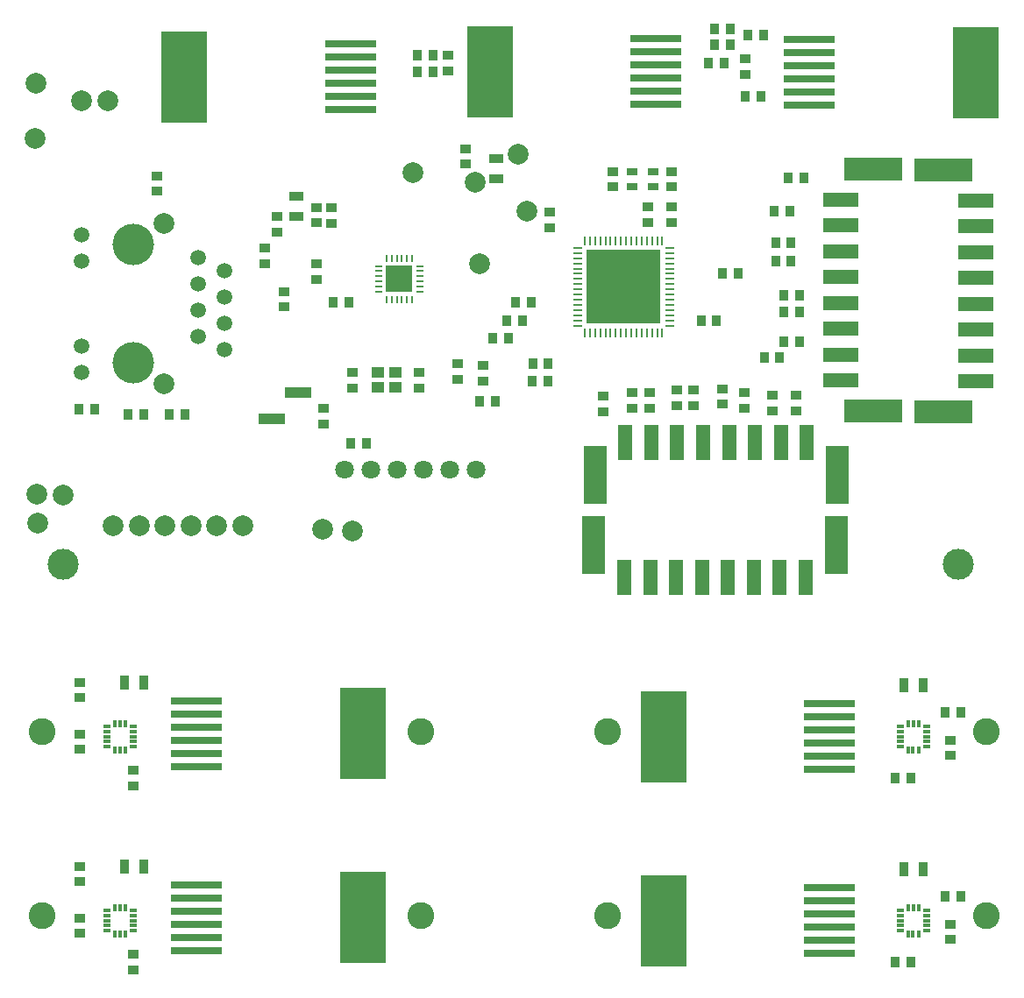
<source format=gts>
G04 #@! TF.FileFunction,Soldermask,Top*
%FSLAX46Y46*%
G04 Gerber Fmt 4.6, Leading zero omitted, Abs format (unit mm)*
G04 Created by KiCad (PCBNEW (2015-08-20 BZR 6109)-product) date Sat 26 Dec 2015 10:38:34 PM PST*
%MOMM*%
G01*
G04 APERTURE LIST*
%ADD10C,0.150000*%
%ADD11R,1.000760X0.899160*%
%ADD12R,0.899160X1.000760*%
%ADD13R,1.397000X0.889000*%
%ADD14C,3.000000*%
%ADD15C,1.800000*%
%ADD16C,2.000000*%
%ADD17R,1.400000X3.400000*%
%ADD18R,2.300000X5.600000*%
%ADD19R,3.400000X1.400000*%
%ADD20R,5.600000X2.300000*%
%ADD21R,2.540000X0.990600*%
%ADD22R,2.499360X2.499360*%
%ADD23O,0.248920X0.800100*%
%ADD24O,0.800100X0.248920*%
%ADD25R,5.000000X0.760000*%
%ADD26R,4.500000X8.800000*%
%ADD27R,0.250000X0.850000*%
%ADD28R,0.850000X0.250000*%
%ADD29R,7.150000X7.150000*%
%ADD30R,1.200000X1.100000*%
%ADD31R,1.000000X0.800000*%
%ADD32C,2.600000*%
%ADD33R,0.800000X0.300000*%
%ADD34R,0.300000X0.800000*%
%ADD35R,0.889000X1.397000*%
%ADD36C,1.500000*%
%ADD37C,4.000000*%
G04 APERTURE END LIST*
D10*
D11*
X67100000Y-55601840D03*
X67100000Y-54098160D03*
X64630000Y-55461840D03*
X64630000Y-53958160D03*
X60900000Y-56251840D03*
X60900000Y-54748160D03*
X54500000Y-56251840D03*
X54500000Y-54748160D03*
X51700000Y-58248160D03*
X51700000Y-59751840D03*
X52420000Y-38828160D03*
X52420000Y-40331840D03*
X78700000Y-57048160D03*
X78700000Y-58551840D03*
X35625000Y-37276840D03*
X35625000Y-35773160D03*
D12*
X89651840Y-49800000D03*
X88148160Y-49800000D03*
D11*
X73550000Y-39298160D03*
X73550000Y-40801840D03*
D12*
X91751840Y-45200000D03*
X90248160Y-45200000D03*
D13*
X68400000Y-36052500D03*
X68400000Y-34147500D03*
D11*
X51000000Y-38808160D03*
X51000000Y-40311840D03*
X65400000Y-33148160D03*
X65400000Y-34651840D03*
X85300000Y-38748160D03*
X85300000Y-40251840D03*
X79600000Y-35348160D03*
X79600000Y-36851840D03*
X85300000Y-36851840D03*
X85300000Y-35348160D03*
X83000000Y-38748160D03*
X83000000Y-40251840D03*
D13*
X49080000Y-37777500D03*
X49080000Y-39682500D03*
D14*
X26500000Y-73300000D03*
X113000000Y-73300000D03*
D15*
X63889680Y-64200000D03*
X66429680Y-64200000D03*
X53750000Y-64200000D03*
X56290000Y-64200000D03*
X61359840Y-64200000D03*
X58819840Y-64200000D03*
D16*
X28325000Y-28550000D03*
X30825000Y-28550000D03*
D17*
X80750000Y-74600000D03*
X83250000Y-74600000D03*
X85750000Y-74600000D03*
X98250000Y-74600000D03*
X93250000Y-74600000D03*
X95750000Y-74600000D03*
D18*
X77800000Y-71450000D03*
D17*
X90750000Y-74600000D03*
X88250000Y-74600000D03*
D18*
X101200000Y-71450000D03*
D19*
X101600000Y-38050000D03*
X101600000Y-40550000D03*
X101600000Y-43050000D03*
X101600000Y-55550000D03*
X101600000Y-50550000D03*
X101600000Y-53050000D03*
D20*
X104750000Y-35100000D03*
D19*
X101600000Y-48050000D03*
X101600000Y-45550000D03*
D20*
X104750000Y-58500000D03*
D17*
X98350000Y-61500000D03*
X95850000Y-61500000D03*
X93350000Y-61500000D03*
X80850000Y-61500000D03*
X85850000Y-61500000D03*
X83350000Y-61500000D03*
D18*
X101300000Y-64650000D03*
D17*
X88350000Y-61500000D03*
X90850000Y-61500000D03*
D18*
X77900000Y-64650000D03*
D21*
X49270000Y-56730000D03*
X46730000Y-59270000D03*
D16*
X38900000Y-69600000D03*
X36400000Y-69600000D03*
X43900000Y-69600000D03*
X41400000Y-69600000D03*
X31400000Y-69600000D03*
X33900000Y-69600000D03*
D12*
X73391840Y-53890000D03*
X71888160Y-53890000D03*
X73351840Y-55600000D03*
X71848160Y-55600000D03*
X68251840Y-57600000D03*
X66748160Y-57600000D03*
X52628160Y-48030000D03*
X54131840Y-48030000D03*
X71751840Y-47950000D03*
X70248160Y-47950000D03*
X70901840Y-49750000D03*
X69398160Y-49750000D03*
X69551840Y-51500000D03*
X68048160Y-51500000D03*
D11*
X50975000Y-45801840D03*
X50975000Y-44298160D03*
X47850000Y-46948160D03*
X47850000Y-48451840D03*
X47225000Y-41176840D03*
X47225000Y-39673160D03*
X46025000Y-42748160D03*
X46025000Y-44251840D03*
D12*
X29601840Y-58325000D03*
X28098160Y-58325000D03*
X54348160Y-61600000D03*
X55851840Y-61600000D03*
X34301840Y-58850000D03*
X32798160Y-58850000D03*
X38301840Y-58850000D03*
X36798160Y-58850000D03*
D11*
X97300000Y-56948160D03*
X97300000Y-58451840D03*
D12*
X96548160Y-36000000D03*
X98051840Y-36000000D03*
D11*
X95000000Y-56948160D03*
X95000000Y-58451840D03*
D12*
X95248160Y-39200000D03*
X96751840Y-39200000D03*
D11*
X92300000Y-56748160D03*
X92300000Y-58251840D03*
D12*
X95348160Y-42200000D03*
X96851840Y-42200000D03*
D11*
X90200000Y-56348160D03*
X90200000Y-57851840D03*
D12*
X95348160Y-44000000D03*
X96851840Y-44000000D03*
D11*
X87400000Y-56448160D03*
X87400000Y-57951840D03*
D12*
X96148160Y-47300000D03*
X97651840Y-47300000D03*
D11*
X85800000Y-56448160D03*
X85800000Y-57951840D03*
D12*
X96148160Y-48900000D03*
X97651840Y-48900000D03*
D11*
X83200000Y-56748160D03*
X83200000Y-58251840D03*
D12*
X96148160Y-51800000D03*
X97651840Y-51800000D03*
D11*
X81500000Y-56748160D03*
X81500000Y-58251840D03*
D12*
X94151840Y-22200000D03*
X92648160Y-22200000D03*
X94248160Y-53300000D03*
X95751840Y-53300000D03*
X60748160Y-25700000D03*
X62251840Y-25700000D03*
X88848160Y-24900000D03*
X90351840Y-24900000D03*
X92448160Y-28100000D03*
X93951840Y-28100000D03*
X62251840Y-24100000D03*
X60748160Y-24100000D03*
X89448160Y-21600000D03*
X90951840Y-21600000D03*
D11*
X92400000Y-25951840D03*
X92400000Y-24448160D03*
X63700000Y-24148160D03*
X63700000Y-25651840D03*
D12*
X89448160Y-23100000D03*
X90951840Y-23100000D03*
D22*
X59010000Y-45730000D03*
D23*
X57760320Y-47728980D03*
X58260700Y-47728980D03*
X58761080Y-47728980D03*
X59258920Y-47728980D03*
X59759300Y-47728980D03*
X60259680Y-47728980D03*
D24*
X61008980Y-46979680D03*
X61008980Y-46479300D03*
X61008980Y-45978920D03*
X61008980Y-45481080D03*
X61008980Y-44980700D03*
X61008980Y-44480320D03*
D23*
X60259680Y-43731020D03*
X59759300Y-43731020D03*
X59258920Y-43731020D03*
X58761080Y-43731020D03*
X58260700Y-43731020D03*
X57760320Y-43731020D03*
D24*
X57011020Y-44480320D03*
X57011020Y-44980700D03*
X57011020Y-45481080D03*
X57011020Y-45978920D03*
X57011020Y-46479300D03*
X57011020Y-46979680D03*
D25*
X98600000Y-22625000D03*
X98600000Y-25165000D03*
X98600000Y-27705000D03*
X98600000Y-26435000D03*
X98600000Y-28975000D03*
X98600000Y-23895000D03*
D26*
X114650000Y-25800000D03*
D27*
X83910000Y-50940000D03*
X84410000Y-50940000D03*
X80910000Y-50940000D03*
X81410000Y-50940000D03*
X82410000Y-50940000D03*
X81910000Y-50940000D03*
X83410000Y-50940000D03*
X82910000Y-50940000D03*
X78910000Y-50940000D03*
X79410000Y-50940000D03*
X80410000Y-50940000D03*
X79910000Y-50940000D03*
X77910000Y-50940000D03*
X78410000Y-50940000D03*
X77410000Y-50940000D03*
X76910000Y-50940000D03*
D28*
X76210000Y-50240000D03*
X76210000Y-49740000D03*
X76210000Y-48740000D03*
X76210000Y-49240000D03*
X76210000Y-47240000D03*
X76210000Y-46740000D03*
X76210000Y-47740000D03*
X76210000Y-48240000D03*
X76210000Y-44240000D03*
X76210000Y-43740000D03*
X76210000Y-45240000D03*
X76210000Y-44740000D03*
X76210000Y-45740000D03*
X76210000Y-46240000D03*
X76210000Y-42740000D03*
X76210000Y-43240000D03*
D27*
X76910000Y-42040000D03*
X77410000Y-42040000D03*
X78410000Y-42040000D03*
X77910000Y-42040000D03*
X79910000Y-42040000D03*
X80410000Y-42040000D03*
X79410000Y-42040000D03*
X78910000Y-42040000D03*
X82910000Y-42040000D03*
X83410000Y-42040000D03*
X81910000Y-42040000D03*
X82410000Y-42040000D03*
X81410000Y-42040000D03*
X80910000Y-42040000D03*
X84410000Y-42040000D03*
X83910000Y-42040000D03*
D28*
X85110000Y-43240000D03*
X85110000Y-42740000D03*
X85110000Y-46240000D03*
X85110000Y-45740000D03*
X85110000Y-44740000D03*
X85110000Y-45220000D03*
X85110000Y-43740000D03*
X85110000Y-44240000D03*
X85110000Y-48240000D03*
X85110000Y-47740000D03*
X85110000Y-46740000D03*
X85110000Y-47240000D03*
X85110000Y-49240000D03*
X85110000Y-48740000D03*
X85110000Y-49740000D03*
X85110000Y-50240000D03*
D29*
X80660000Y-46490000D03*
D25*
X83800000Y-28875000D03*
X83800000Y-26335000D03*
X83800000Y-23795000D03*
X83800000Y-25065000D03*
X83800000Y-22525000D03*
X83800000Y-27605000D03*
D26*
X67750000Y-25700000D03*
D25*
X54300000Y-29375000D03*
X54300000Y-26835000D03*
X54300000Y-24295000D03*
X54300000Y-25565000D03*
X54300000Y-23025000D03*
X54300000Y-28105000D03*
D26*
X38250000Y-26200000D03*
D30*
X58650000Y-54800000D03*
X56950000Y-54800000D03*
X58650000Y-56200000D03*
X56950000Y-56200000D03*
D31*
X81500000Y-36850000D03*
X83500000Y-36850000D03*
X81500000Y-35350000D03*
X83500000Y-35350000D03*
D19*
X114700000Y-55650000D03*
X114700000Y-53150000D03*
X114700000Y-50650000D03*
X114700000Y-38150000D03*
X114700000Y-43150000D03*
X114700000Y-40650000D03*
D20*
X111550000Y-58600000D03*
D19*
X114700000Y-45650000D03*
X114700000Y-48150000D03*
D20*
X111550000Y-35200000D03*
D16*
X23900000Y-26800000D03*
X23800000Y-32200000D03*
X66300000Y-36400000D03*
X70500000Y-33700000D03*
X71300000Y-39200000D03*
X60300000Y-35500000D03*
X66800000Y-44300000D03*
X24000000Y-66500000D03*
X26500000Y-66600000D03*
X51600000Y-69900000D03*
X24100000Y-69300000D03*
X54500000Y-70100000D03*
D25*
X39450000Y-86475000D03*
X39450000Y-89015000D03*
X39450000Y-91555000D03*
X39450000Y-90285000D03*
X39450000Y-92825000D03*
X39450000Y-87745000D03*
D26*
X55500000Y-89650000D03*
D32*
X24550000Y-89450000D03*
X61050000Y-89450000D03*
D33*
X30800000Y-89450000D03*
X30800000Y-88950000D03*
X33350000Y-88950000D03*
X30800000Y-89945000D03*
X30800000Y-90450000D03*
X30800000Y-90950000D03*
D34*
X31575000Y-91225000D03*
X32040000Y-91225000D03*
X32575000Y-91225000D03*
D33*
X33350000Y-90950000D03*
X33350000Y-90450000D03*
X33350000Y-89945000D03*
X33350000Y-89450000D03*
D34*
X32575000Y-88675000D03*
X32060000Y-88675000D03*
X31575000Y-88675000D03*
D11*
X28140000Y-86211840D03*
X28140000Y-84708160D03*
X33310000Y-94691840D03*
X33310000Y-93188160D03*
X28150000Y-91201840D03*
X28150000Y-89698160D03*
D35*
X34372500Y-84750000D03*
X32467500Y-84750000D03*
D25*
X39450000Y-104255000D03*
X39450000Y-106795000D03*
X39450000Y-109335000D03*
X39450000Y-108065000D03*
X39450000Y-110605000D03*
X39450000Y-105525000D03*
D26*
X55500000Y-107430000D03*
D32*
X24550000Y-107230000D03*
X61050000Y-107230000D03*
D33*
X30800000Y-107230000D03*
X30800000Y-106730000D03*
X33350000Y-106730000D03*
X30800000Y-107725000D03*
X30800000Y-108230000D03*
X30800000Y-108730000D03*
D34*
X31575000Y-109005000D03*
X32040000Y-109005000D03*
X32575000Y-109005000D03*
D33*
X33350000Y-108730000D03*
X33350000Y-108230000D03*
X33350000Y-107725000D03*
X33350000Y-107230000D03*
D34*
X32575000Y-106455000D03*
X32060000Y-106455000D03*
X31575000Y-106455000D03*
D11*
X28140000Y-103991840D03*
X28140000Y-102488160D03*
X33310000Y-112471840D03*
X33310000Y-110968160D03*
X28150000Y-108981840D03*
X28150000Y-107478160D03*
D35*
X34372500Y-102530000D03*
X32467500Y-102530000D03*
D12*
X113211840Y-87650000D03*
X111708160Y-87650000D03*
X106908160Y-93950000D03*
X108411840Y-93950000D03*
D11*
X112260000Y-91801840D03*
X112260000Y-90298160D03*
D32*
X79160000Y-89450000D03*
X115660000Y-89450000D03*
D33*
X107385000Y-89450000D03*
X107385000Y-88950000D03*
X109935000Y-88950000D03*
X107385000Y-89945000D03*
X107385000Y-90450000D03*
X107385000Y-90950000D03*
D34*
X108160000Y-91225000D03*
X108625000Y-91225000D03*
X109160000Y-91225000D03*
D33*
X109935000Y-90950000D03*
X109935000Y-90450000D03*
X109935000Y-89945000D03*
X109935000Y-89450000D03*
D34*
X109160000Y-88675000D03*
X108645000Y-88675000D03*
X108160000Y-88675000D03*
D25*
X100560000Y-93125000D03*
X100560000Y-90585000D03*
X100560000Y-88045000D03*
X100560000Y-89315000D03*
X100560000Y-86775000D03*
X100560000Y-91855000D03*
D26*
X84510000Y-89950000D03*
D35*
X107707500Y-84950000D03*
X109612500Y-84950000D03*
D12*
X113211840Y-105430000D03*
X111708160Y-105430000D03*
X106908160Y-111730000D03*
X108411840Y-111730000D03*
D11*
X112260000Y-109581840D03*
X112260000Y-108078160D03*
D32*
X79160000Y-107230000D03*
X115660000Y-107230000D03*
D33*
X107385000Y-107230000D03*
X107385000Y-106730000D03*
X109935000Y-106730000D03*
X107385000Y-107725000D03*
X107385000Y-108230000D03*
X107385000Y-108730000D03*
D34*
X108160000Y-109005000D03*
X108625000Y-109005000D03*
X109160000Y-109005000D03*
D33*
X109935000Y-108730000D03*
X109935000Y-108230000D03*
X109935000Y-107725000D03*
X109935000Y-107230000D03*
D34*
X109160000Y-106455000D03*
X108645000Y-106455000D03*
X108160000Y-106455000D03*
D25*
X100560000Y-110905000D03*
X100560000Y-108365000D03*
X100560000Y-105825000D03*
X100560000Y-107095000D03*
X100560000Y-104555000D03*
X100560000Y-109635000D03*
D26*
X84510000Y-107730000D03*
D35*
X107707500Y-102730000D03*
X109612500Y-102730000D03*
D36*
X28300000Y-41475000D03*
X28300000Y-44015000D03*
X28300000Y-52185000D03*
X28300000Y-54725000D03*
X39550000Y-43660000D03*
X39550000Y-48730000D03*
X39550000Y-46200000D03*
X39550000Y-51270000D03*
X42090000Y-44920000D03*
X42090000Y-50000000D03*
X42090000Y-47460000D03*
D37*
X33332080Y-53815000D03*
X33332080Y-42385000D03*
D16*
X36250000Y-40355000D03*
X36250000Y-55845000D03*
D36*
X42090000Y-52540000D03*
M02*

</source>
